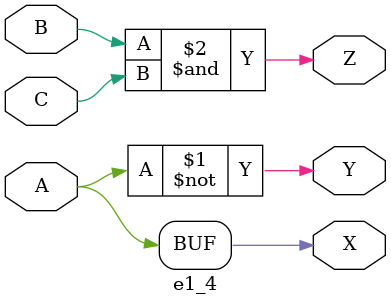
<source format=sv>
`timescale 1ns / 1ps


module e1_4(
    input logic A,B,C,
    output logic X,Y,Z
    );
    
    assign X = A;
    assign Y = ~A;
    assign Z = B & C; 
endmodule

</source>
